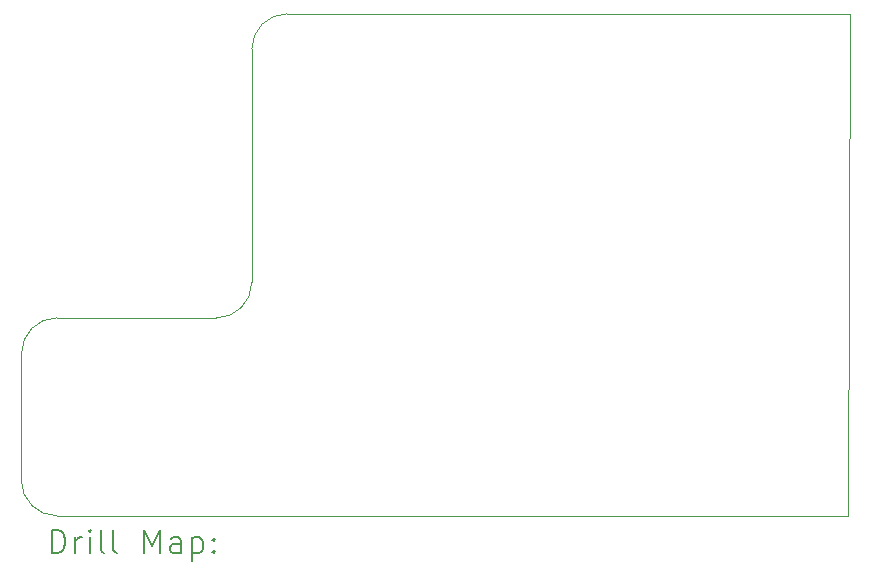
<source format=gbr>
%TF.GenerationSoftware,KiCad,Pcbnew,7.0.9*%
%TF.CreationDate,2023-12-28T12:30:10-05:00*%
%TF.ProjectId,IO,494f2e6b-6963-4616-945f-706362585858,rev?*%
%TF.SameCoordinates,Original*%
%TF.FileFunction,Drillmap*%
%TF.FilePolarity,Positive*%
%FSLAX45Y45*%
G04 Gerber Fmt 4.5, Leading zero omitted, Abs format (unit mm)*
G04 Created by KiCad (PCBNEW 7.0.9) date 2023-12-28 12:30:10*
%MOMM*%
%LPD*%
G01*
G04 APERTURE LIST*
%ADD10C,0.100000*%
%ADD11C,0.200000*%
G04 APERTURE END LIST*
D10*
X13150000Y-10325000D02*
X11800000Y-10325000D01*
X13450000Y-8050000D02*
X13450000Y-10025000D01*
X18500000Y-12000000D02*
X11800000Y-12001040D01*
X11800000Y-10325000D02*
G75*
G03*
X11500000Y-10625000I0J-300000D01*
G01*
X18512500Y-7750000D02*
X18500000Y-12000000D01*
X13750000Y-7750000D02*
G75*
G03*
X13450000Y-8050000I0J-300000D01*
G01*
X13750000Y-7750000D02*
X18512500Y-7750000D01*
X11498960Y-11700000D02*
G75*
G03*
X11800000Y-12001040I301040J0D01*
G01*
X13150000Y-10325000D02*
G75*
G03*
X13450000Y-10025000I0J300000D01*
G01*
X11498960Y-11700000D02*
X11500000Y-10625000D01*
D11*
X11754737Y-12317524D02*
X11754737Y-12117524D01*
X11754737Y-12117524D02*
X11802356Y-12117524D01*
X11802356Y-12117524D02*
X11830927Y-12127047D01*
X11830927Y-12127047D02*
X11849975Y-12146095D01*
X11849975Y-12146095D02*
X11859499Y-12165143D01*
X11859499Y-12165143D02*
X11869023Y-12203238D01*
X11869023Y-12203238D02*
X11869023Y-12231809D01*
X11869023Y-12231809D02*
X11859499Y-12269904D01*
X11859499Y-12269904D02*
X11849975Y-12288952D01*
X11849975Y-12288952D02*
X11830927Y-12308000D01*
X11830927Y-12308000D02*
X11802356Y-12317524D01*
X11802356Y-12317524D02*
X11754737Y-12317524D01*
X11954737Y-12317524D02*
X11954737Y-12184190D01*
X11954737Y-12222285D02*
X11964261Y-12203238D01*
X11964261Y-12203238D02*
X11973785Y-12193714D01*
X11973785Y-12193714D02*
X11992832Y-12184190D01*
X11992832Y-12184190D02*
X12011880Y-12184190D01*
X12078546Y-12317524D02*
X12078546Y-12184190D01*
X12078546Y-12117524D02*
X12069023Y-12127047D01*
X12069023Y-12127047D02*
X12078546Y-12136571D01*
X12078546Y-12136571D02*
X12088070Y-12127047D01*
X12088070Y-12127047D02*
X12078546Y-12117524D01*
X12078546Y-12117524D02*
X12078546Y-12136571D01*
X12202356Y-12317524D02*
X12183308Y-12308000D01*
X12183308Y-12308000D02*
X12173785Y-12288952D01*
X12173785Y-12288952D02*
X12173785Y-12117524D01*
X12307118Y-12317524D02*
X12288070Y-12308000D01*
X12288070Y-12308000D02*
X12278546Y-12288952D01*
X12278546Y-12288952D02*
X12278546Y-12117524D01*
X12535689Y-12317524D02*
X12535689Y-12117524D01*
X12535689Y-12117524D02*
X12602356Y-12260381D01*
X12602356Y-12260381D02*
X12669023Y-12117524D01*
X12669023Y-12117524D02*
X12669023Y-12317524D01*
X12849975Y-12317524D02*
X12849975Y-12212762D01*
X12849975Y-12212762D02*
X12840451Y-12193714D01*
X12840451Y-12193714D02*
X12821404Y-12184190D01*
X12821404Y-12184190D02*
X12783308Y-12184190D01*
X12783308Y-12184190D02*
X12764261Y-12193714D01*
X12849975Y-12308000D02*
X12830927Y-12317524D01*
X12830927Y-12317524D02*
X12783308Y-12317524D01*
X12783308Y-12317524D02*
X12764261Y-12308000D01*
X12764261Y-12308000D02*
X12754737Y-12288952D01*
X12754737Y-12288952D02*
X12754737Y-12269904D01*
X12754737Y-12269904D02*
X12764261Y-12250857D01*
X12764261Y-12250857D02*
X12783308Y-12241333D01*
X12783308Y-12241333D02*
X12830927Y-12241333D01*
X12830927Y-12241333D02*
X12849975Y-12231809D01*
X12945213Y-12184190D02*
X12945213Y-12384190D01*
X12945213Y-12193714D02*
X12964261Y-12184190D01*
X12964261Y-12184190D02*
X13002356Y-12184190D01*
X13002356Y-12184190D02*
X13021404Y-12193714D01*
X13021404Y-12193714D02*
X13030927Y-12203238D01*
X13030927Y-12203238D02*
X13040451Y-12222285D01*
X13040451Y-12222285D02*
X13040451Y-12279428D01*
X13040451Y-12279428D02*
X13030927Y-12298476D01*
X13030927Y-12298476D02*
X13021404Y-12308000D01*
X13021404Y-12308000D02*
X13002356Y-12317524D01*
X13002356Y-12317524D02*
X12964261Y-12317524D01*
X12964261Y-12317524D02*
X12945213Y-12308000D01*
X13126166Y-12298476D02*
X13135689Y-12308000D01*
X13135689Y-12308000D02*
X13126166Y-12317524D01*
X13126166Y-12317524D02*
X13116642Y-12308000D01*
X13116642Y-12308000D02*
X13126166Y-12298476D01*
X13126166Y-12298476D02*
X13126166Y-12317524D01*
X13126166Y-12193714D02*
X13135689Y-12203238D01*
X13135689Y-12203238D02*
X13126166Y-12212762D01*
X13126166Y-12212762D02*
X13116642Y-12203238D01*
X13116642Y-12203238D02*
X13126166Y-12193714D01*
X13126166Y-12193714D02*
X13126166Y-12212762D01*
M02*

</source>
